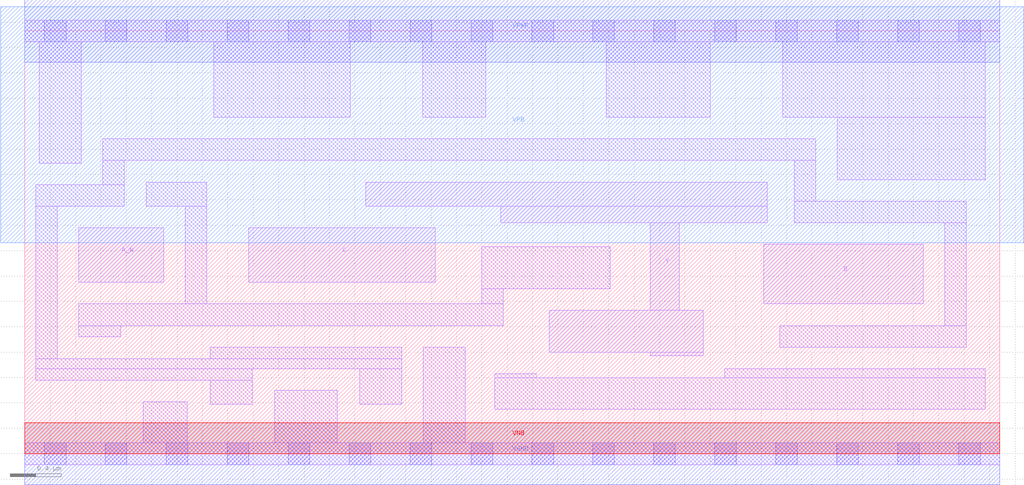
<source format=lef>
# Copyright 2020 The SkyWater PDK Authors
#
# Licensed under the Apache License, Version 2.0 (the "License");
# you may not use this file except in compliance with the License.
# You may obtain a copy of the License at
#
#     https://www.apache.org/licenses/LICENSE-2.0
#
# Unless required by applicable law or agreed to in writing, software
# distributed under the License is distributed on an "AS IS" BASIS,
# WITHOUT WARRANTIES OR CONDITIONS OF ANY KIND, either express or implied.
# See the License for the specific language governing permissions and
# limitations under the License.
#
# SPDX-License-Identifier: Apache-2.0

VERSION 5.7 ;
  NOWIREEXTENSIONATPIN ON ;
  DIVIDERCHAR "/" ;
  BUSBITCHARS "[]" ;
MACRO sky130_fd_sc_ms__nand3b_4
  CLASS CORE ;
  FOREIGN sky130_fd_sc_ms__nand3b_4 ;
  ORIGIN  0.000000  0.000000 ;
  SIZE  7.680000 BY  3.330000 ;
  SYMMETRY X Y ;
  SITE unit ;
  PIN A_N
    ANTENNAGATEAREA  0.413400 ;
    DIRECTION INPUT ;
    USE SIGNAL ;
    PORT
      LAYER li1 ;
        RECT 0.425000 1.350000 1.095000 1.780000 ;
    END
  END A_N
  PIN B
    ANTENNAGATEAREA  0.847200 ;
    DIRECTION INPUT ;
    USE SIGNAL ;
    PORT
      LAYER li1 ;
        RECT 5.820000 1.180000 7.075000 1.650000 ;
    END
  END B
  PIN C
    ANTENNAGATEAREA  0.847200 ;
    DIRECTION INPUT ;
    USE SIGNAL ;
    PORT
      LAYER li1 ;
        RECT 1.765000 1.350000 3.235000 1.780000 ;
    END
  END C
  PIN Y
    ANTENNADIFFAREA  1.765700 ;
    DIRECTION OUTPUT ;
    USE SIGNAL ;
    PORT
      LAYER li1 ;
        RECT 2.685000 1.950000 5.850000 2.140000 ;
        RECT 3.750000 1.820000 5.850000 1.950000 ;
        RECT 4.130000 0.800000 5.345000 1.130000 ;
        RECT 4.925000 0.770000 5.345000 0.800000 ;
        RECT 4.925000 1.130000 5.155000 1.820000 ;
    END
  END Y
  PIN VGND
    DIRECTION INOUT ;
    USE GROUND ;
    PORT
      LAYER met1 ;
        RECT 0.000000 -0.245000 7.680000 0.245000 ;
    END
  END VGND
  PIN VNB
    DIRECTION INOUT ;
    USE GROUND ;
    PORT
      LAYER pwell ;
        RECT 0.000000 0.000000 7.680000 0.245000 ;
    END
  END VNB
  PIN VPB
    DIRECTION INOUT ;
    USE POWER ;
    PORT
      LAYER nwell ;
        RECT -0.190000 1.660000 7.870000 3.520000 ;
    END
  END VPB
  PIN VPWR
    DIRECTION INOUT ;
    USE POWER ;
    PORT
      LAYER met1 ;
        RECT 0.000000 3.085000 7.680000 3.575000 ;
    END
  END VPWR
  OBS
    LAYER li1 ;
      RECT 0.000000 -0.085000 7.680000 0.085000 ;
      RECT 0.000000  3.245000 7.680000 3.415000 ;
      RECT 0.085000  0.580000 1.790000 0.670000 ;
      RECT 0.085000  0.670000 2.970000 0.750000 ;
      RECT 0.085000  0.750000 0.255000 1.950000 ;
      RECT 0.085000  1.950000 0.785000 2.120000 ;
      RECT 0.115000  2.290000 0.445000 3.245000 ;
      RECT 0.425000  0.920000 0.755000 1.010000 ;
      RECT 0.425000  1.010000 3.770000 1.180000 ;
      RECT 0.615000  2.120000 0.785000 2.310000 ;
      RECT 0.615000  2.310000 6.230000 2.480000 ;
      RECT 0.935000  0.085000 1.280000 0.410000 ;
      RECT 0.955000  1.950000 1.435000 2.140000 ;
      RECT 1.265000  1.180000 1.435000 1.950000 ;
      RECT 1.460000  0.390000 1.790000 0.580000 ;
      RECT 1.460000  0.750000 2.970000 0.840000 ;
      RECT 1.490000  2.650000 2.565000 3.245000 ;
      RECT 1.970000  0.085000 2.460000 0.500000 ;
      RECT 2.640000  0.390000 2.970000 0.670000 ;
      RECT 3.135000  2.650000 3.630000 3.245000 ;
      RECT 3.140000  0.085000 3.470000 0.840000 ;
      RECT 3.600000  1.180000 3.770000 1.300000 ;
      RECT 3.600000  1.300000 4.610000 1.630000 ;
      RECT 3.700000  0.350000 7.565000 0.600000 ;
      RECT 3.700000  0.600000 4.030000 0.630000 ;
      RECT 4.580000  2.650000 5.400000 3.245000 ;
      RECT 5.515000  0.600000 7.565000 0.670000 ;
      RECT 5.945000  0.840000 7.415000 1.010000 ;
      RECT 5.970000  2.650000 7.565000 3.245000 ;
      RECT 6.060000  1.820000 7.415000 1.990000 ;
      RECT 6.060000  1.990000 6.230000 2.310000 ;
      RECT 6.400000  2.160000 7.565000 2.650000 ;
      RECT 7.245000  1.010000 7.415000 1.820000 ;
    LAYER mcon ;
      RECT 0.155000 -0.085000 0.325000 0.085000 ;
      RECT 0.155000  3.245000 0.325000 3.415000 ;
      RECT 0.635000 -0.085000 0.805000 0.085000 ;
      RECT 0.635000  3.245000 0.805000 3.415000 ;
      RECT 1.115000 -0.085000 1.285000 0.085000 ;
      RECT 1.115000  3.245000 1.285000 3.415000 ;
      RECT 1.595000 -0.085000 1.765000 0.085000 ;
      RECT 1.595000  3.245000 1.765000 3.415000 ;
      RECT 2.075000 -0.085000 2.245000 0.085000 ;
      RECT 2.075000  3.245000 2.245000 3.415000 ;
      RECT 2.555000 -0.085000 2.725000 0.085000 ;
      RECT 2.555000  3.245000 2.725000 3.415000 ;
      RECT 3.035000 -0.085000 3.205000 0.085000 ;
      RECT 3.035000  3.245000 3.205000 3.415000 ;
      RECT 3.515000 -0.085000 3.685000 0.085000 ;
      RECT 3.515000  3.245000 3.685000 3.415000 ;
      RECT 3.995000 -0.085000 4.165000 0.085000 ;
      RECT 3.995000  3.245000 4.165000 3.415000 ;
      RECT 4.475000 -0.085000 4.645000 0.085000 ;
      RECT 4.475000  3.245000 4.645000 3.415000 ;
      RECT 4.955000 -0.085000 5.125000 0.085000 ;
      RECT 4.955000  3.245000 5.125000 3.415000 ;
      RECT 5.435000 -0.085000 5.605000 0.085000 ;
      RECT 5.435000  3.245000 5.605000 3.415000 ;
      RECT 5.915000 -0.085000 6.085000 0.085000 ;
      RECT 5.915000  3.245000 6.085000 3.415000 ;
      RECT 6.395000 -0.085000 6.565000 0.085000 ;
      RECT 6.395000  3.245000 6.565000 3.415000 ;
      RECT 6.875000 -0.085000 7.045000 0.085000 ;
      RECT 6.875000  3.245000 7.045000 3.415000 ;
      RECT 7.355000 -0.085000 7.525000 0.085000 ;
      RECT 7.355000  3.245000 7.525000 3.415000 ;
  END
END sky130_fd_sc_ms__nand3b_4
END LIBRARY

</source>
